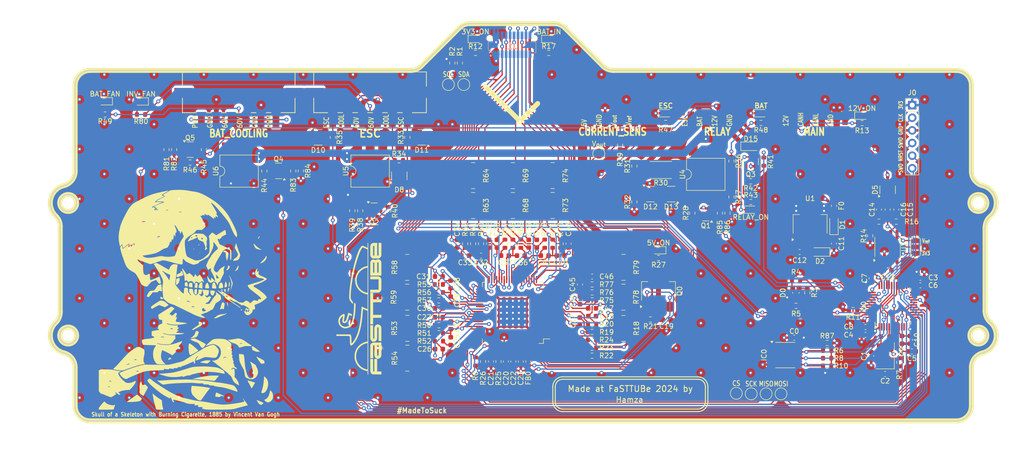
<source format=kicad_pcb>
(kicad_pcb
	(version 20240108)
	(generator "pcbnew")
	(generator_version "8.0")
	(general
		(thickness 1.6)
		(legacy_teardrops no)
	)
	(paper "A3")
	(layers
		(0 "F.Cu" signal)
		(1 "In1.Cu" signal)
		(2 "In2.Cu" signal)
		(31 "B.Cu" signal)
		(32 "B.Adhes" user "B.Adhesive")
		(33 "F.Adhes" user "F.Adhesive")
		(34 "B.Paste" user)
		(35 "F.Paste" user)
		(36 "B.SilkS" user "B.Silkscreen")
		(37 "F.SilkS" user "F.Silkscreen")
		(38 "B.Mask" user)
		(39 "F.Mask" user)
		(40 "Dwgs.User" user "User.Drawings")
		(41 "Cmts.User" user "User.Comments")
		(42 "Eco1.User" user "User.Eco1")
		(43 "Eco2.User" user "User.Eco2")
		(44 "Edge.Cuts" user)
		(45 "Margin" user)
		(46 "B.CrtYd" user "B.Courtyard")
		(47 "F.CrtYd" user "F.Courtyard")
		(48 "B.Fab" user)
		(49 "F.Fab" user)
		(50 "User.1" user)
		(51 "User.2" user)
		(52 "User.3" user)
		(53 "User.4" user)
		(54 "User.5" user)
		(55 "User.6" user)
		(56 "User.7" user)
		(57 "User.8" user)
		(58 "User.9" user)
	)
	(setup
		(stackup
			(layer "F.SilkS"
				(type "Top Silk Screen")
			)
			(layer "F.Paste"
				(type "Top Solder Paste")
			)
			(layer "F.Mask"
				(type "Top Solder Mask")
				(thickness 0.01)
			)
			(layer "F.Cu"
				(type "copper")
				(thickness 0.035)
			)
			(layer "dielectric 1"
				(type "prepreg")
				(thickness 0.1)
				(material "FR4")
				(epsilon_r 4.5)
				(loss_tangent 0.02)
			)
			(layer "In1.Cu"
				(type "copper")
				(thickness 0.035)
			)
			(layer "dielectric 2"
				(type "core")
				(thickness 1.24)
				(material "FR4")
				(epsilon_r 4.5)
				(loss_tangent 0.02)
			)
			(layer "In2.Cu"
				(type "copper")
				(thickness 0.035)
			)
			(layer "dielectric 3"
				(type "prepreg")
				(thickness 0.1)
				(material "FR4")
				(epsilon_r 4.5)
				(loss_tangent 0.02)
			)
			(layer "B.Cu"
				(type "copper")
				(thickness 0.035)
			)
			(layer "B.Mask"
				(type "Bottom Solder Mask")
				(thickness 0.01)
			)
			(layer "B.Paste"
				(type "Bottom Solder Paste")
			)
			(layer "B.SilkS"
				(type "Bottom Silk Screen")
			)
			(copper_finish "None")
			(dielectric_constraints no)
		)
		(pad_to_mask_clearance 0)
		(allow_soldermask_bridges_in_footprints no)
		(pcbplotparams
			(layerselection 0x00010fc_ffffffff)
			(plot_on_all_layers_selection 0x0000000_00000000)
			(disableapertmacros no)
			(usegerberextensions no)
			(usegerberattributes yes)
			(usegerberadvancedattributes yes)
			(creategerberjobfile no)
			(dashed_line_dash_ratio 12.000000)
			(dashed_line_gap_ratio 3.000000)
			(svgprecision 4)
			(plotframeref no)
			(viasonmask no)
			(mode 1)
			(useauxorigin yes)
			(hpglpennumber 1)
			(hpglpenspeed 20)
			(hpglpendiameter 15.000000)
			(pdf_front_fp_property_popups yes)
			(pdf_back_fp_property_popups yes)
			(dxfpolygonmode yes)
			(dxfimperialunits yes)
			(dxfusepcbnewfont yes)
			(psnegative no)
			(psa4output no)
			(plotreference yes)
			(plotvalue no)
			(plotfptext yes)
			(plotinvisibletext no)
			(sketchpadsonfab no)
			(subtractmaskfromsilk yes)
			(outputformat 1)
			(mirror no)
			(drillshape 0)
			(scaleselection 1)
			(outputdirectory "./FT24_MVBMS_V1")
		)
	)
	(net 0 "")
	(net 1 "GND")
	(net 2 "/Microcontroller/XTAL_2")
	(net 3 "+3V3")
	(net 4 "/CAN_Transciever/V_{ref}")
	(net 5 "/CAN_Transciever/CAN_HIGH")
	(net 6 "/CAN_Transciever/CAN_LOW")
	(net 7 "+12V")
	(net 8 "/Microcontroller/XTAL_1")
	(net 9 "/CAN_Transciever/CAN_TX")
	(net 10 "/CAN_Transciever/CAN_RX")
	(net 11 "/Microcontroller/Status_LED_R")
	(net 12 "/Microcontroller/Status_LED_G")
	(net 13 "/Microcontroller/Status_LED_B")
	(net 14 "Net-(D19-A)")
	(net 15 "/Input_Output/RELAY_DRAIN")
	(net 16 "/Battery_Management_System_Right/TMP_SCL")
	(net 17 "/Battery_Management_System_Right/TMP_SDA")
	(net 18 "/Battery_Management_System_Right/MISO")
	(net 19 "/Battery_Management_System_Right/SCK(IPA)")
	(net 20 "/Battery_Management_System_Right/MOSI")
	(net 21 "/Microcontroller/NRST")
	(net 22 "/Microcontroller/TRACESWO")
	(net 23 "/Microcontroller/SWDIO")
	(net 24 "/Microcontroller/SWCLK")
	(net 25 "/Battery_Management_System_Right/Filter_Balancing_Block_0/C(n)_in")
	(net 26 "/Input_Output/RELAY_ENABLE")
	(net 27 "/Input_Output/PRECHARGE_ENABLE")
	(net 28 "/Battery_Management_System_Right/Filter_Balancing_Block_0/C(n+1)")
	(net 29 "/Battery_Management_System_Right/Filter_Balancing_Block_0/C(n+1:n)")
	(net 30 "/Battery_Management_System_Right/Filter_Balancing_Block_0/S(n+1)P")
	(net 31 "/Battery_Management_System_Right/Filter_Balancing_Block_0/C(n+1:n)_in")
	(net 32 "/Battery_Management_System_Right/Filter_Balancing_Block_0/C(n)")
	(net 33 "/Battery_Management_System_Right/Filter_Balancing_Block_0/S(n)P")
	(net 34 "/Battery_Management_System_Right/Filter_Balancing_Block_1/C(n+1:n)")
	(net 35 "/Battery_Management_System_Right/Filter_Balancing_Block_1/C(n+1)")
	(net 36 "/Battery_Management_System_Right/Filter_Balancing_Block_1/C(n+1:n)_in")
	(net 37 "/Battery_Management_System_Right/Filter_Balancing_Block_1/S(n+1)P")
	(net 38 "/Battery_Management_System_Right/Filter_Balancing_Block_1/C(n)")
	(net 39 "/Battery_Management_System_Right/Filter_Balancing_Block_1/S(n)P")
	(net 40 "/Battery_Management_System_Right/Filter_Balancing_Block_0/C(n+1)_in")
	(net 41 "/Battery_Management_System_Right/Filter_Balancing_Block_2/C(n+1)")
	(net 42 "/Battery_Management_System_Right/Filter_Balancing_Block_2/C(n+1:n)")
	(net 43 "/Battery_Management_System_Right/Filter_Balancing_Block_2/C(n+1:n)_in")
	(net 44 "/Battery_Management_System_Right/Filter_Balancing_Block_2/S(n+1)P")
	(net 45 "/Battery_Management_System_Right/Filter_Balancing_Block_2/C(n)")
	(net 46 "/Battery_Management_System_Right/Filter_Balancing_Block_2/S(n)P")
	(net 47 "/Battery_Management_System_Right/Filter_Balancing_Block_1/C(n+1)_in")
	(net 48 "/Battery_Management_System_Right/Filter_Balancing_Block_3/C(n+1:n)")
	(net 49 "/Battery_Management_System_Right/Filter_Balancing_Block_3/C(n+1)")
	(net 50 "/Battery_Management_System_Right/Filter_Balancing_Block_3/C(n+1:n)_in")
	(net 51 "/Battery_Management_System_Right/Filter_Balancing_Block_3/S(n+1)P")
	(net 52 "/Battery_Management_System_Right/Filter_Balancing_Block_3/C(n)")
	(net 53 "/Battery_Management_System_Right/Filter_Balancing_Block_3/S(n)P")
	(net 54 "/Battery_Management_System_Right/Filter_Balancing_Block_2/C(n+1)_in")
	(net 55 "/Battery_Management_System_Right/Filter_Balancing_Block_4/C(n+1)")
	(net 56 "/Battery_Management_System_Right/Filter_Balancing_Block_4/C(n+1:n)")
	(net 57 "/Battery_Management_System_Right/Filter_Balancing_Block_4/C(n+1:n)_in")
	(net 58 "/Battery_Management_System_Right/Filter_Balancing_Block_4/S(n+1)P")
	(net 59 "/Battery_Management_System_Right/Filter_Balancing_Block_4/C(n)")
	(net 60 "/Battery_Management_System_Right/Filter_Balancing_Block_4/S(n)P")
	(net 61 "/Battery_Management_System_Right/Filter_Balancing_Block_3/C(n+1)_in")
	(net 62 "/Battery_Management_System_Right/Filter_Balancing_Block_5/C(n+1)")
	(net 63 "/Battery_Management_System_Right/Filter_Balancing_Block_5/C(n+1:n)")
	(net 64 "/Battery_Management_System_Right/Filter_Balancing_Block_5/S(n+1)P")
	(net 65 "/Battery_Management_System_Right/Filter_Balancing_Block_5/C(n+1:n)_in")
	(net 66 "/Battery_Management_System_Right/Filter_Balancing_Block_5/C(n)")
	(net 67 "/Battery_Management_System_Right/Filter_Balancing_Block_5/S(n)P")
	(net 68 "/Battery_Management_System_Right/Filter_Balancing_Block_4/C(n+1)_in")
	(net 69 "/Battery_Management_System_Right/Filter_Balancing_Block_5/C(n+1)_in")
	(net 70 "/Input_Output/~{BAT_COOLING_PWM}")
	(net 71 "/Battery_Management_System_Right/~{CS}")
	(net 72 "+5V")
	(net 73 "Net-(D1-K)")
	(net 74 "Net-(J1-Pin_20)")
	(net 75 "Net-(U3-S13P)")
	(net 76 "Net-(Q0-C)")
	(net 77 "Net-(U3-VREF2)")
	(net 78 "Net-(U3-DRIVE)")
	(net 79 "Net-(U3-VREG)")
	(net 80 "Net-(U3-VREF1)")
	(net 81 "Net-(D0-GK)")
	(net 82 "Net-(D0-RK)")
	(net 83 "Net-(D0-BK)")
	(net 84 "Net-(D4-A)")
	(net 85 "Net-(D1-A)")
	(net 86 "Net-(D7-A)")
	(net 87 "Net-(D3-A)")
	(net 88 "Net-(D6-A)")
	(net 89 "Net-(D11-K)")
	(net 90 "Net-(JP0-C)")
	(net 91 "Net-(Q0-B)")
	(net 92 "/Input_Output/RELAY_BAT_SIDE")
	(net 93 "Net-(Q1-D)")
	(net 94 "/Microcontroller/EEPROM_SCL")
	(net 95 "Net-(U0-BOOT0)")
	(net 96 "Net-(U2-Rs)")
	(net 97 "Net-(U3-C14:13)")
	(net 98 "Net-(U3-C13)")
	(net 99 "Net-(U3-V+)")
	(net 100 "Net-(U3-C15)")
	(net 101 "Net-(U3-C14)")
	(net 102 "unconnected-(U5-Pad3)")
	(net 103 "Net-(U3-IMB)")
	(net 104 "Net-(D10-K)")
	(net 105 "Net-(U3-IPB)")
	(net 106 "unconnected-(U0-PC15-Pad4)")
	(net 107 "Net-(D14-A)")
	(net 108 "/Input_Output/BAT_COOLING_ENABLE")
	(net 109 "/Battery_Management_System_Right/CURRENT_MEASUREMENT")
	(net 110 "/Input_Output/RELAY_ESC_SIDE")
	(net 111 "/Microcontroller/EEPROM_~{WC}")
	(net 112 "/Battery_Management_System_Right/RELAY_ESC_SIDE_VOLTAGE")
	(net 113 "unconnected-(U0-PB2-Pad20)")
	(net 114 "unconnected-(U0-PC14-Pad3)")
	(net 115 "/Input_Output/BAT_COOLING_PWM")
	(net 116 "unconnected-(U0-PC13-Pad2)")
	(net 117 "/Microcontroller/EEPROM_SDA")
	(net 118 "unconnected-(U0-PB12-Pad25)")
	(net 119 "unconnected-(U0-PA3-Pad13)")
	(net 120 "/Input_Output/INV_PWR")
	(net 121 "/Battery_Management_System_Right/RELAY_BAT_SIDE_VOLTAGE")
	(net 122 "unconnected-(U3-GPIO5-Pad76)")
	(net 123 "/Input_Output/BAT_PWR")
	(net 124 "unconnected-(U3-GPIO6-Pad75)")
	(net 125 "unconnected-(U3-NC-Pad66)")
	(net 126 "unconnected-(U3-GPIO9-Pad72)")
	(net 127 "unconnected-(U3-GPIO8-Pad73)")
	(net 128 "unconnected-(U3-GPIO7-Pad74)")
	(net 129 "unconnected-(U3-GPIO10-Pad71)")
	(net 130 "unconnected-(U4-Pad3)")
	(net 131 "unconnected-(U0-PA2-Pad12)")
	(net 132 "/Input_Output/ESC_COOLING_PWM")
	(net 133 "unconnected-(U0-PB13-Pad26)")
	(net 134 "unconnected-(U6-Pad3)")
	(net 135 "Net-(C1-Pad2)")
	(net 136 "Net-(D8-K)")
	(net 137 "Net-(D16-A)")
	(net 138 "Net-(D17-A)")
	(net 139 "Net-(D18-A)")
	(net 140 "unconnected-(IC0-NC_2-Pad2)")
	(net 141 "unconnected-(IC0-NC_3-Pad3)")
	(net 142 "unconnected-(IC0-NC_1-Pad1)")
	(net 143 "Net-(Q2-G)")
	(net 144 "Net-(Q2-D)")
	(net 145 "Net-(Q3-G)")
	(net 146 "Net-(Q4-D)")
	(net 147 "Net-(Q5-S)")
	(net 148 "Net-(R28-Pad1)")
	(net 149 "Net-(R30-Pad2)")
	(net 150 "Net-(R40-Pad2)")
	(net 151 "Net-(R44-Pad2)")
	(net 152 "/Input_Output/ESC_COOLING_ENABLE")
	(net 153 "unconnected-(U0-PA0-Pad10)")
	(net 154 "unconnected-(U0-PA1-Pad11)")
	(net 155 "/Battery_Management_System_Right/CURRENT_SENSOR_ON")
	(net 156 "/Input_Output/ESC_R_PWM")
	(net 157 "/Input_Output/ESC_L_PWM")
	(net 158 "Net-(Q1-G)")
	(net 159 "Net-(Q4-G)")
	(net 160 "Net-(Q5-G)")
	(footprint "Capacitor_SMD:C_0603_1608Metric" (layer "F.Cu") (at 203.375 149.025 90))
	(footprint "Capacitor_SMD:C_0603_1608Metric" (layer "F.Cu") (at 179.675 165.45 90))
	(footprint "Resistor_SMD:R_0603_1608Metric" (layer "F.Cu") (at 260.608097 162.35 180))
	(footprint "Resistor_SMD:R_0603_1608Metric" (layer "F.Cu") (at 177.3 167.025))
	(footprint "Resistor_SMD:R_0603_1608Metric" (layer "F.Cu") (at 182.575 149.025 -90))
	(footprint "Resistor_SMD:R_0603_1608Metric" (layer "F.Cu") (at 262.4225 124.76875))
	(footprint "LED_SMD:LED_0603_1608Metric" (layer "F.Cu") (at 110.135 120.37125 180))
	(footprint "Package_DIP:SMDIP-6_W9.53mm" (layer "F.Cu") (at 137.09 134.42 90))
	(footprint "Capacitor_SMD:C_0603_1608Metric" (layer "F.Cu") (at 187.775 172.725 -90))
	(footprint "Resistor_SMD:R_0603_1608Metric" (layer "F.Cu") (at 167.0853 142.4375 90))
	(footprint "Capacitor_SMD:C_0603_1608Metric" (layer "F.Cu") (at 274.153098 157.39))
	(footprint "Capacitor_SMD:C_0603_1608Metric" (layer "F.Cu") (at 223.06 164.27))
	(footprint "Capacitor_SMD:C_0603_1608Metric" (layer "F.Cu") (at 269.31 142.1625 -90))
	(footprint "TestPoint:TestPoint_Pad_D2.0mm" (layer "F.Cu") (at 237.12 179.12))
	(footprint "Resistor_SMD:R_0603_1608Metric" (layer "F.Cu") (at 255.395 173.59 180))
	(footprint "Resistor_SMD:R_0603_1608Metric" (layer "F.Cu") (at 240.015 136.475))
	(footprint "Capacitor_SMD:C_0603_1608Metric" (layer "F.Cu") (at 274.16 155.8625))
	(footprint "LED_SMD:LED_0603_1608Metric" (layer "F.Cu") (at 222.92 122.78))
	(footprint "Resistor_SMD:R_0603_1608Metric" (layer "F.Cu") (at 251.407345 158.897655 90))
	(footprint "Resistor_SMD:R_0603_1608Metric" (layer "F.Cu") (at 208.1125 158.825 180))
	(footprint "Resistor_SMD:R_0603_1608Metric" (layer "F.Cu") (at 130.0239 130.0964 90))
	(footprint "Resistor_SMD:R_0603_1608Metric" (layer "F.Cu") (at 148 134.385 90))
	(footprint "Resistor_SMD:R_0603_1608Metric" (layer "F.Cu") (at 192.175 149.025 -90))
	(footprint "Capacitor_SMD:C_0603_1608Metric" (layer "F.Cu") (at 182.575 151.425))
	(footprint "Resistor_SMD:R_0603_1608Metric" (layer "F.Cu") (at 177.3 165.425))
	(footprint "FaSTTUBe_connectors:Micro_Mate-N-Lok_4p_horizontal" (layer "F.Cu") (at 212.24 118.85 180))
	(footprint "Resistor_SMD:R_0603_1608Metric" (layer "F.Cu") (at 127.2439 132.6964))
	(footprint "Resistor_SMD:R_1020_2550Metric" (layer "F.Cu") (at 214.41 166.07 180))
	(footprint "LED_SMD:LED_0603_1608Metric" (layer "F.Cu") (at 240.0325 142.19))
	(footprint "Resistor_SMD:R_0603_1608Metric" (layer "F.Cu") (at 199.3875 110.64))
	(footprint "TestPoint:TestPoint_Pad_D2.0mm" (layer "F.Cu") (at 179.2 117 180))
	(footprint "Package_TO_SOT_SMD:SOT-23-3" (layer "F.Cu") (at 267.56 138.175 90))
	(footprint "Capacitor_SMD:C_0603_1608Metric" (layer "F.Cu") (at 179.675 168.625 90))
	(footprint "Resistor_SMD:R_1020_2550Metric" (layer "F.Cu") (at 214.43 153.78 180))
	(footprint "Capacitor_SMD:C_0603_1608Metric" (layer "F.Cu") (at 198.575 151.425))
	(footprint "FaSTTUBe_connectors:Micro_Mate-N-Lok_6p_horizontal" (layer "F.Cu") (at 129.52 124.04))
	(footprint "Resistor_SMD:R_0603_1608Metric" (layer "F.Cu") (at 169.2553 132.245))
	(footprint "Resistor_SMD:R_0603_1608Metric" (layer "F.Cu") (at 142.18 134.41 -90))
	(footprint "Capacitor_SMD:C_0603_1608Metric" (layer "F.Cu") (at 177.275 163.825 180))
	(footprint "Capacitor_SMD:C_0603_1608Metric"
		(layer "F.Cu")
		(uuid "35e8480a-d478-486a-ba91-aa59aded9877")
		(at 205.675 160.425 -90)
		(descr "Capacitor SMD 0603 (1608 Metric), square (rectangular) end terminal, IPC_7351 nominal, (Body size source: IPC-SM-782 page 76, https://www.pcb-3d.com/wordpress/wp-content/uploads/ipc-sm-782a_amendment_1_and_2.pdf), generated with kicad-footprint-generator")
		(tags "capacitor")
		(property "Reference" "C44"
			(at 0 1.5 90)
			(layer "F.SilkS")
			(uuid "99024fa6-3770-41c7-8364-98396221d1ed")
			(effects
				(font
					(size 1 1)
					(thickness 0.15)
				)
			)
		)
		(property "Value" "10n"
			(at 0 1.43 90)
			(layer "F.Fab")
			(uuid "05db3bac-e63f-4abb-b4d5-6ad43148f81d")
			(effects
				(font
					(size 1 1)
					(thickness 0.15)
				)
			)
		)
		(property "Footprint" "Capacitor_SMD:C_0603_1608Metric"
			(at 0 0 -90)
			(unlocked yes)
			(layer "F.Fab")
			(hide yes)
			(uuid "5546fa1a-a3d6-4869-b5fa-37407e3d7106")
			(effects
				(font
					(size 1.27 1.27)
				)
			)
		)
		(property "Datasheet" ""
			(at 0 0 -90)
			(unlocked yes)
			(layer "F.Fab")
			(hide yes)
			(uuid "5896d698-74c0-4e6d-8366-9ad9dee625cb")
			(effects
				(font
					(size 1.27 1.27)
				)
			)
		)
		(property "Description" "Unpolarized capacitor"
			(at 0 0 -90)
			(unlocked yes)
			(layer "F.Fab")
			(hide yes)

... [2981702 chars truncated]
</source>
